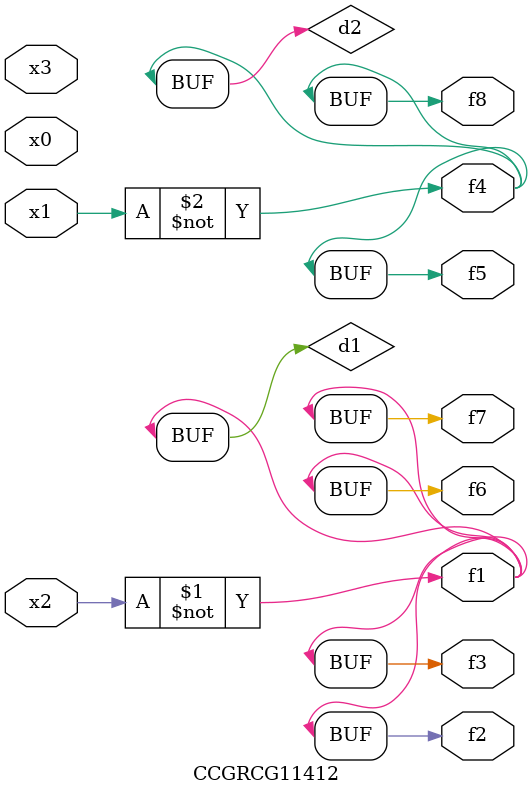
<source format=v>
module CCGRCG11412(
	input x0, x1, x2, x3,
	output f1, f2, f3, f4, f5, f6, f7, f8
);

	wire d1, d2;

	xnor (d1, x2);
	not (d2, x1);
	assign f1 = d1;
	assign f2 = d1;
	assign f3 = d1;
	assign f4 = d2;
	assign f5 = d2;
	assign f6 = d1;
	assign f7 = d1;
	assign f8 = d2;
endmodule

</source>
